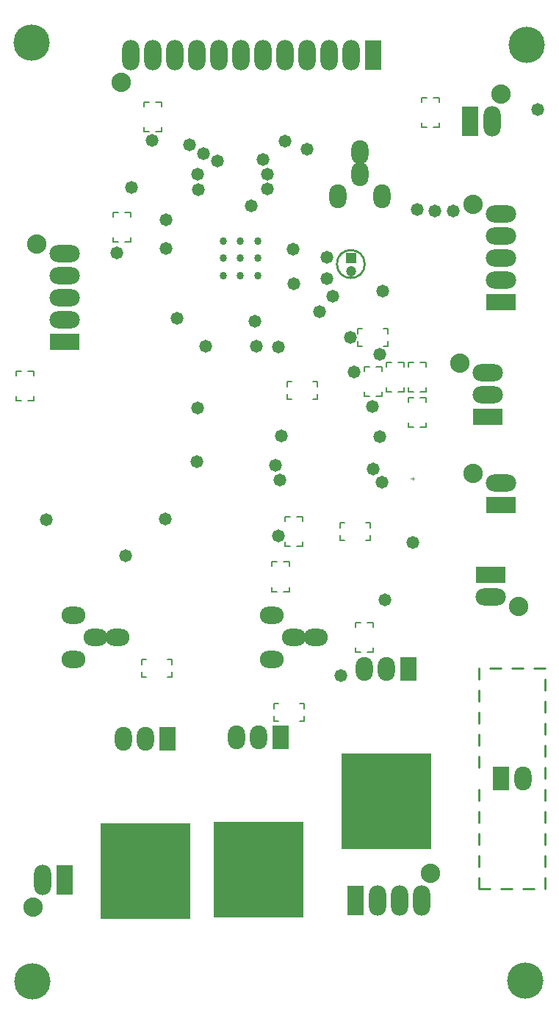
<source format=gbs>
%FSLAX24Y24*%
%MOIN*%
G70*
G01*
G75*
G04 Layer_Color=16711935*
%ADD10C,0.0060*%
%ADD11C,0.0100*%
%ADD12R,0.0374X0.0394*%
%ADD13R,0.0394X0.0374*%
%ADD14R,0.0870X0.0240*%
%ADD15R,0.2677X0.2717*%
%ADD16R,0.0374X0.0748*%
%ADD17R,0.0374X0.0945*%
%ADD18R,0.1299X0.0945*%
%ADD19R,0.0430X0.0390*%
%ADD20R,0.0492X0.0669*%
%ADD21R,0.0709X0.1417*%
%ADD22R,0.0620X0.0500*%
%ADD23R,0.0390X0.0430*%
%ADD24R,0.0354X0.0433*%
%ADD25R,0.1299X0.0945*%
%ADD26R,0.0433X0.0354*%
%ADD27R,0.0787X0.0787*%
%ADD28R,0.0787X0.0787*%
%ADD29O,0.0079X0.0295*%
%ADD30O,0.0295X0.0079*%
%ADD31R,0.0669X0.0492*%
%ADD32C,0.0080*%
%ADD33C,0.0200*%
%ADD34C,0.0300*%
%ADD35C,0.0050*%
%ADD36C,0.0039*%
%ADD37C,0.0600*%
%ADD38O,0.1000X0.0700*%
%ADD39R,0.4000X0.4300*%
%ADD40O,0.0700X0.1000*%
%ADD41R,0.0700X0.1000*%
%ADD42O,0.0700X0.1000*%
%ADD43R,0.0700X0.1000*%
%ADD44R,0.0700X0.1300*%
%ADD45O,0.0700X0.1300*%
%ADD46C,0.0800*%
%ADD47O,0.1300X0.0700*%
%ADD48R,0.1300X0.0700*%
%ADD49R,0.0394X0.0394*%
%ADD50C,0.0394*%
%ADD51C,0.0500*%
%ADD52C,0.0260*%
%ADD53C,0.0098*%
%ADD54C,0.0079*%
%ADD55C,0.0070*%
%ADD56R,0.0669X0.0669*%
%ADD57R,0.0669X0.0669*%
%ADD58R,0.0454X0.0474*%
%ADD59R,0.0474X0.0454*%
%ADD60R,0.0950X0.0320*%
%ADD61R,0.2757X0.2797*%
%ADD62R,0.0454X0.0828*%
%ADD63R,0.0454X0.1025*%
%ADD64R,0.1379X0.1025*%
%ADD65R,0.0510X0.0470*%
%ADD66R,0.0572X0.0749*%
%ADD67R,0.0789X0.1497*%
%ADD68R,0.0700X0.0580*%
%ADD69R,0.0470X0.0510*%
%ADD70R,0.0434X0.0513*%
%ADD71R,0.1379X0.1025*%
%ADD72R,0.0513X0.0434*%
%ADD73O,0.0159X0.0375*%
%ADD74O,0.0375X0.0159*%
%ADD75R,0.0749X0.0572*%
%ADD76C,0.1650*%
%ADD77O,0.1080X0.0780*%
%ADD78R,0.4080X0.4380*%
%ADD79O,0.0780X0.1080*%
%ADD80R,0.0780X0.1080*%
%ADD81O,0.0780X0.1080*%
%ADD82R,0.0780X0.1080*%
%ADD83R,0.0780X0.1380*%
%ADD84O,0.0780X0.1380*%
%ADD85C,0.0880*%
%ADD86O,0.1380X0.0780*%
%ADD87R,0.1380X0.0780*%
%ADD88R,0.0474X0.0474*%
%ADD89C,0.0474*%
%ADD90C,0.0580*%
%ADD91C,0.0340*%
D11*
X-6770Y29920D02*
G03*
X-6770Y29920I-630J0D01*
G01*
X-1600Y2590D02*
Y3090D01*
Y1590D02*
X-1100D01*
X-1600D02*
Y2090D01*
Y5590D02*
Y6090D01*
Y4590D02*
Y5090D01*
Y8090D02*
Y8590D01*
Y7090D02*
Y7590D01*
Y11090D02*
Y11590D01*
Y10090D02*
Y10590D01*
X1400Y2590D02*
Y3090D01*
Y1590D02*
Y2090D01*
X400Y1590D02*
X900D01*
X1400Y5590D02*
Y6090D01*
Y4590D02*
Y5090D01*
Y8590D02*
Y9090D01*
Y7590D02*
Y8090D01*
X900Y11590D02*
X1400D01*
X-100D02*
X400D01*
X1400Y10590D02*
Y11090D01*
X-1600Y3590D02*
Y4090D01*
Y9090D02*
Y9590D01*
X1400Y3590D02*
Y4090D01*
Y6590D02*
Y7090D01*
Y9590D02*
Y10090D01*
X-600Y1590D02*
X-100D01*
X-1100Y11590D02*
X-600D01*
D35*
X-3400Y36110D02*
Y36310D01*
X-3640Y36110D02*
X-3400D01*
X-4200D02*
Y36310D01*
Y36110D02*
X-3960D01*
X-3400Y37270D02*
Y37470D01*
X-3640D02*
X-3400D01*
X-4200Y37270D02*
Y37470D01*
X-3960D01*
X-10880Y9190D02*
X-10680D01*
X-10880D02*
Y9430D01*
Y9990D02*
X-10680D01*
X-10880Y9750D02*
Y9990D01*
X-9720Y9190D02*
X-9520D01*
Y9430D01*
X-9720Y9990D02*
X-9520D01*
Y9750D02*
Y9990D01*
X-16880Y11190D02*
X-16680D01*
X-16880D02*
Y11430D01*
Y11990D02*
X-16680D01*
X-16880Y11750D02*
Y11990D01*
X-15720Y11190D02*
X-15520D01*
Y11430D01*
X-15720Y11990D02*
X-15520D01*
Y11750D02*
Y11990D01*
X-7080Y26190D02*
X-6880D01*
X-7080D02*
Y26430D01*
Y26990D02*
X-6880D01*
X-7080Y26750D02*
Y26990D01*
X-5920Y26190D02*
X-5720D01*
Y26430D01*
X-5920Y26990D02*
X-5720D01*
Y26750D02*
Y26990D01*
X-6000Y23910D02*
Y24110D01*
X-6240Y23910D02*
X-6000D01*
X-6800D02*
Y24110D01*
Y23910D02*
X-6560D01*
X-6000Y25070D02*
Y25270D01*
X-6240D02*
X-6000D01*
X-6800Y25070D02*
Y25270D01*
X-6560D01*
X-6400Y12310D02*
Y12510D01*
X-6640Y12310D02*
X-6400D01*
X-7200D02*
Y12510D01*
Y12310D02*
X-6960D01*
X-6400Y13470D02*
Y13670D01*
X-6640D02*
X-6400D01*
X-7200Y13470D02*
Y13670D01*
X-6960D01*
X-4000Y22510D02*
Y22710D01*
X-4240Y22510D02*
X-4000D01*
X-4800D02*
Y22710D01*
Y22510D02*
X-4560D01*
X-4000Y23670D02*
Y23870D01*
X-4240D02*
X-4000D01*
X-4800Y23670D02*
Y23870D01*
X-4560D01*
X-4800Y25270D02*
Y25470D01*
X-4560D01*
X-4000Y25270D02*
Y25470D01*
X-4240D02*
X-4000D01*
X-4800Y24110D02*
Y24310D01*
Y24110D02*
X-4560D01*
X-4000D02*
Y24310D01*
X-4240Y24110D02*
X-4000D01*
X-10200Y15050D02*
Y15250D01*
X-10440Y15050D02*
X-10200D01*
X-11000D02*
Y15250D01*
Y15050D02*
X-10760D01*
X-10200Y16210D02*
Y16410D01*
X-10440D02*
X-10200D01*
X-11000Y16210D02*
Y16410D01*
X-10760D01*
X-5000Y24110D02*
Y24310D01*
X-5240Y24110D02*
X-5000D01*
X-5800D02*
Y24310D01*
Y24110D02*
X-5560D01*
X-5000Y25270D02*
Y25470D01*
X-5240D02*
X-5000D01*
X-5800Y25270D02*
Y25470D01*
X-5560D01*
X-6720Y18190D02*
X-6520D01*
Y17950D02*
Y18190D01*
X-6720Y17390D02*
X-6520D01*
Y17630D01*
X-7880Y18190D02*
X-7680D01*
X-7880Y17950D02*
Y18190D01*
Y17390D02*
X-7680D01*
X-7880D02*
Y17630D01*
X-9600Y17110D02*
Y17310D01*
X-9840Y17110D02*
X-9600D01*
X-10400D02*
Y17310D01*
Y17110D02*
X-10160D01*
X-9600Y18270D02*
Y18470D01*
X-9840D02*
X-9600D01*
X-10400Y18270D02*
Y18470D01*
X-10160D01*
X-10280Y23790D02*
X-10080D01*
X-10280D02*
Y24030D01*
Y24590D02*
X-10080D01*
X-10280Y24350D02*
Y24590D01*
X-9120Y23790D02*
X-8920D01*
Y24030D01*
X-9120Y24590D02*
X-8920D01*
Y24350D02*
Y24590D01*
X-17400Y30910D02*
Y31110D01*
X-17640Y30910D02*
X-17400D01*
X-18200D02*
Y31110D01*
Y30910D02*
X-17960D01*
X-17400Y32070D02*
Y32270D01*
X-17640D02*
X-17400D01*
X-18200Y32070D02*
Y32270D01*
X-17960D01*
X-22600Y24870D02*
Y25070D01*
X-22360D01*
X-21800Y24870D02*
Y25070D01*
X-22040D02*
X-21800D01*
X-22600Y23710D02*
Y23910D01*
Y23710D02*
X-22360D01*
X-21800D02*
Y23910D01*
X-22040Y23710D02*
X-21800D01*
X-16800Y37270D02*
X-16560D01*
X-16800Y37070D02*
Y37270D01*
X-16240D02*
X-16000D01*
Y37070D02*
Y37270D01*
X-16800Y35910D02*
X-16560D01*
X-16800D02*
Y36110D01*
X-16240Y35910D02*
X-16000D01*
Y36110D01*
D36*
X-4679Y20190D02*
X-4521D01*
X-4600Y20111D02*
Y20269D01*
D76*
X520Y-2580D02*
D03*
X-21860Y-2610D02*
D03*
X-21890Y39960D02*
D03*
X570Y39860D02*
D03*
D77*
X-11000Y11990D02*
D03*
X-9000Y12990D02*
D03*
X-10000D02*
D03*
X-11000Y13990D02*
D03*
X-20000Y11990D02*
D03*
X-18000Y12990D02*
D03*
X-19000D02*
D03*
X-20000Y13990D02*
D03*
D78*
X-16720Y2390D02*
D03*
X-5800Y5560D02*
D03*
X-11600Y2460D02*
D03*
D79*
X-16720Y8390D02*
D03*
X-17720D02*
D03*
X-5800Y11560D02*
D03*
X-6800D02*
D03*
X-11600Y8460D02*
D03*
X-12600D02*
D03*
D80*
X-15720Y8390D02*
D03*
X-4800Y11560D02*
D03*
X-10600Y8460D02*
D03*
D81*
X400Y6590D02*
D03*
X-6000Y32990D02*
D03*
X-7000Y34990D02*
D03*
Y33990D02*
D03*
X-8000Y32990D02*
D03*
D82*
X-600Y6590D02*
D03*
D83*
X-6400Y39390D02*
D03*
X-20400Y1990D02*
D03*
X-2000Y36390D02*
D03*
X-7200Y1060D02*
D03*
D84*
X-7400Y39390D02*
D03*
X-9400D02*
D03*
X-10400D02*
D03*
X-12400D02*
D03*
X-13400D02*
D03*
X-15400D02*
D03*
X-16400D02*
D03*
X-8400D02*
D03*
X-11400D02*
D03*
X-14400D02*
D03*
X-17400D02*
D03*
X-21400Y1990D02*
D03*
X-1000Y36390D02*
D03*
X-6200Y1060D02*
D03*
X-5200D02*
D03*
X-4200D02*
D03*
D85*
X-17820Y38150D02*
D03*
X-21820Y750D02*
D03*
X-580Y37630D02*
D03*
X-3780Y2300D02*
D03*
X-2440Y25410D02*
D03*
X-1840Y20410D02*
D03*
X200Y14390D02*
D03*
X-1840Y32610D02*
D03*
X-21640Y30810D02*
D03*
D86*
X-1200Y23990D02*
D03*
Y24990D02*
D03*
X-600Y19990D02*
D03*
X-1040Y14810D02*
D03*
X-600Y29190D02*
D03*
Y32190D02*
D03*
Y31190D02*
D03*
Y30190D02*
D03*
X-20400Y27390D02*
D03*
Y30390D02*
D03*
Y29390D02*
D03*
Y28390D02*
D03*
D87*
X-1200Y22990D02*
D03*
X-600Y18990D02*
D03*
X-1040Y15810D02*
D03*
X-600Y28190D02*
D03*
X-20400Y26390D02*
D03*
D88*
X-7400Y30190D02*
D03*
D89*
Y29599D02*
D03*
D90*
X1080Y36930D02*
D03*
X-2760Y32340D02*
D03*
X-3590D02*
D03*
X-4390Y32400D02*
D03*
X-5960Y28700D02*
D03*
X-7430Y26600D02*
D03*
X-6420Y23470D02*
D03*
X-5850Y14680D02*
D03*
X-4600Y17300D02*
D03*
X-7250Y25010D02*
D03*
X-11745Y27315D02*
D03*
X-6380Y20620D02*
D03*
X-10820Y20790D02*
D03*
X-10550Y22120D02*
D03*
X-10690Y17580D02*
D03*
X-10630Y20130D02*
D03*
X-8835Y27745D02*
D03*
X-15820Y18370D02*
D03*
X-14340Y23390D02*
D03*
X-14380Y20950D02*
D03*
X-9990Y29040D02*
D03*
X-15780Y30630D02*
D03*
X-15800Y31940D02*
D03*
X-16429Y35511D02*
D03*
X-17350Y33400D02*
D03*
X-10390Y35490D02*
D03*
X-9380Y35110D02*
D03*
X-11390Y34660D02*
D03*
X-14710Y35330D02*
D03*
X-14090Y34910D02*
D03*
X-13460Y34580D02*
D03*
X-14350Y33990D02*
D03*
X-11200Y34000D02*
D03*
X-14320Y33280D02*
D03*
X-11170Y33320D02*
D03*
X-11930Y32570D02*
D03*
X-10010Y30580D02*
D03*
X-8230Y28450D02*
D03*
X-11700Y26180D02*
D03*
X-14000D02*
D03*
X-15270Y27450D02*
D03*
X-8470Y30230D02*
D03*
X-8480Y29260D02*
D03*
X-18020Y30420D02*
D03*
X-21230Y18310D02*
D03*
X-17610Y16690D02*
D03*
X-7860Y11270D02*
D03*
X-6070Y25810D02*
D03*
X-10690Y26160D02*
D03*
X-6070Y22100D02*
D03*
X-5990Y20020D02*
D03*
D91*
X-12413Y29390D02*
D03*
X-13200Y30177D02*
D03*
X-12413Y30965D02*
D03*
X-13200Y29390D02*
D03*
Y30965D02*
D03*
X-11625D02*
D03*
Y29390D02*
D03*
Y30177D02*
D03*
X-12413D02*
D03*
M02*

</source>
